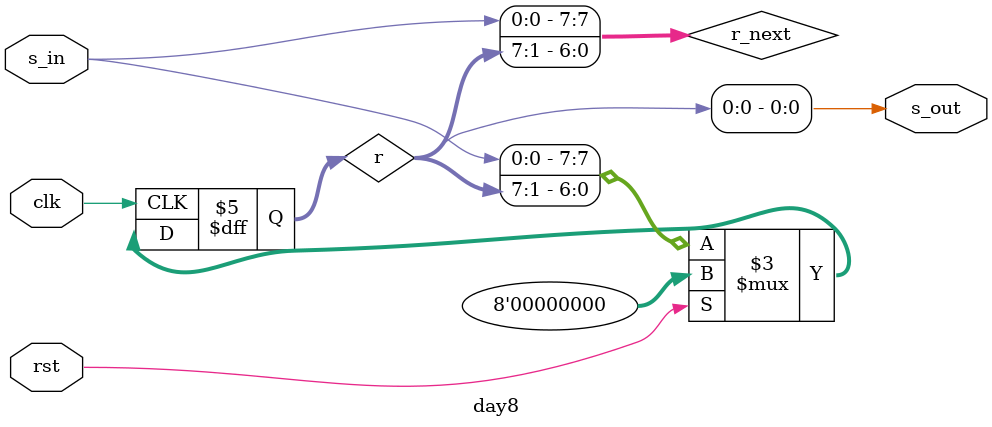
<source format=v>
module day8 #(
  parameter n = 8
)(
  input s_in, clk, rst,
  output reg s_out
);
  
  reg [n-1:0] r;
  wire [n-1:0] r_next;
  
  always @(posedge clk) 
    begin
      if(rst) begin
        r <= 0;
      end else begin
        r <= r_next;
      end
    end
  
  assign r_next = {s_in, r[n-1:1]};
  assign s_out = r[0];
  
endmodule


</source>
